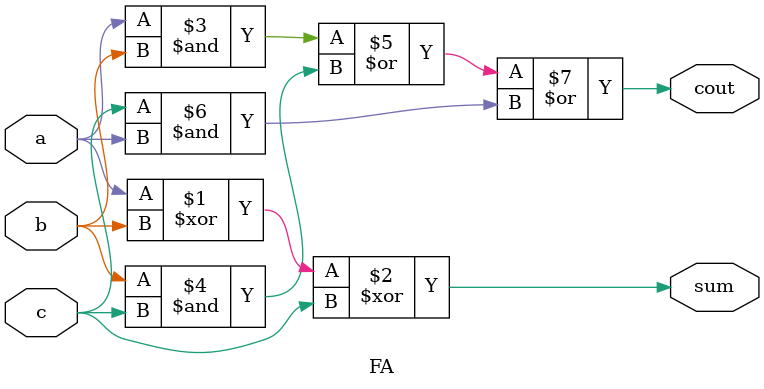
<source format=sv>
module FA(input logic a,b,c, output logic sum,cout);
assign sum=a^b^c;
assign cout=(a&b)|(b&c)|(c&a);
endmodule
</source>
